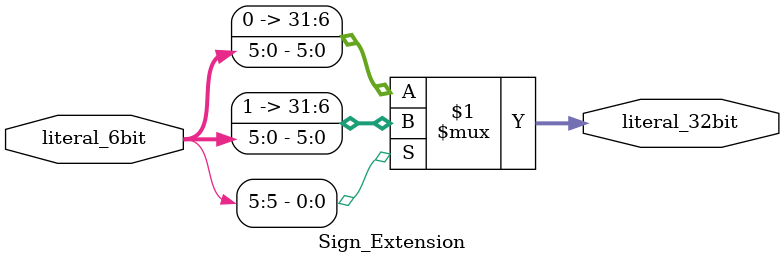
<source format=v>
`timescale 1ns / 1ps

module Sign_Extension(
    input [5:0]literal_6bit,
    output [31:0]literal_32bit
    );
    
    //Sign extend the input 12-bit literal to a 32-bit literal.
    assign literal_32bit = literal_6bit[5] ? 
               {26'h3FFFFFF, literal_6bit} : 
               {26'h0000000, literal_6bit};
endmodule

</source>
